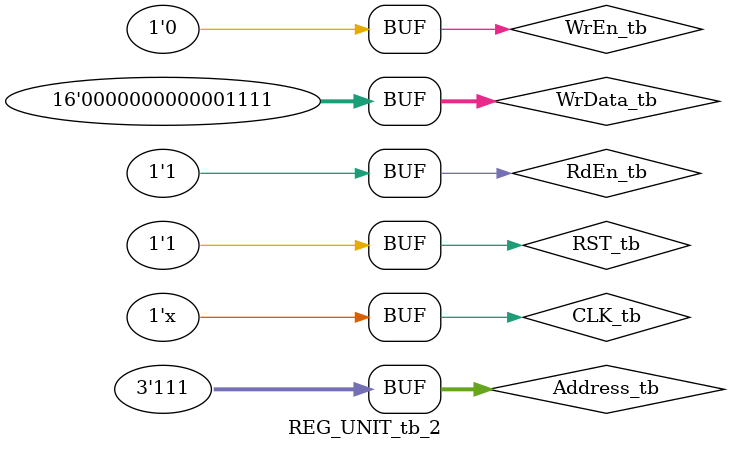
<source format=v>
module REG_UNIT_tb_2 #( parameter REG_WIDTH = 16 ,
                                  REG_DEPTH = 8 ,
                                  ADDR_WIDTH = 3) () ;

 reg CLK_tb , RST_tb , WrEn_tb , RdEn_tb ;
 reg [REG_WIDTH-1 : 0] WrData_tb ; 
 reg [ADDR_WIDTH-1 : 0] Address_tb ;
 wire [REG_WIDTH-1 : 0] RdData_tb ;

 REG_UNIT  #(.REG_WIDTH(REG_WIDTH) ,
                .REG_DEPTH(REG_DEPTH) ,
                .ADDR_WIDTH(ADDR_WIDTH))

            DUT (.CLK(CLK_tb) , 
                 .RST(RST_tb) , 
                 .WrEn(WrEn_tb) , 
                 .RdEn(RdEn_tb) , 
                 .WrData(WrData_tb) , 
                 .Address(Address_tb) , 
                 .RdData(RdData_tb)) ;

parameter clk_period = 10 ;
always
begin 
#(clk_period/2) CLK_tb = ~CLK_tb ;
end

task testing ;
input [ADDR_WIDTH-1:0] Addr_task;
input [REG_WIDTH-1:0]  DATA ;
 begin
  #clk_period
  WrEn_tb = 1'b1 ;
  RdEn_tb = 1'b0 ;
  Address_tb = Addr_task ;
  WrData_tb = DATA ;
  #clk_period
  WrEn_tb = 1'b0 ;
  RdEn_tb = 1'b1 ;
  #clk_period
  if (RdData_tb == DATA)
  $display ("TEST PASSED") ;
  else 
  $display ("TEST FAILED") ;
  
 end
 endtask

 initial 
 begin
   RST_tb = 1'b0 ;
   CLK_tb = 1'b0 ;
   #clk_period 
   RST_tb = 1'b1 ;
   testing (3'b101 , 16'b111) ;
   testing (3'b111 , 16'b1111) ;
 end
 endmodule 
</source>
